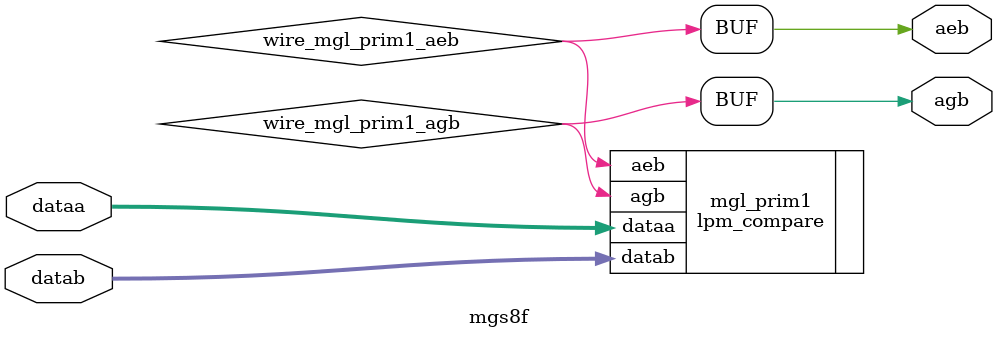
<source format=v>






//synthesis_resources = lpm_compare 1 
//synopsys translate_off
`timescale 1 ps / 1 ps
//synopsys translate_on
module  mgs8f
	( 
	aeb,
	agb,
	dataa,
	datab) /* synthesis synthesis_clearbox=1 */;
	output   aeb;
	output   agb;
	input   [19:0]  dataa;
	input   [19:0]  datab;

	wire  wire_mgl_prim1_aeb;
	wire  wire_mgl_prim1_agb;

	lpm_compare   mgl_prim1
	( 
	.aeb(wire_mgl_prim1_aeb),
	.agb(wire_mgl_prim1_agb),
	.dataa(dataa),
	.datab(datab));
	defparam
		mgl_prim1.lpm_representation = "UNSIGNED",
		mgl_prim1.lpm_type = "LPM_COMPARE",
		mgl_prim1.lpm_width = 20,
		mgl_prim1.lpm_hint = "ONE_INPUT_IS_CONSTANT=YES";
	assign
		aeb = wire_mgl_prim1_aeb,
		agb = wire_mgl_prim1_agb;
endmodule //mgs8f
//VALID FILE

</source>
